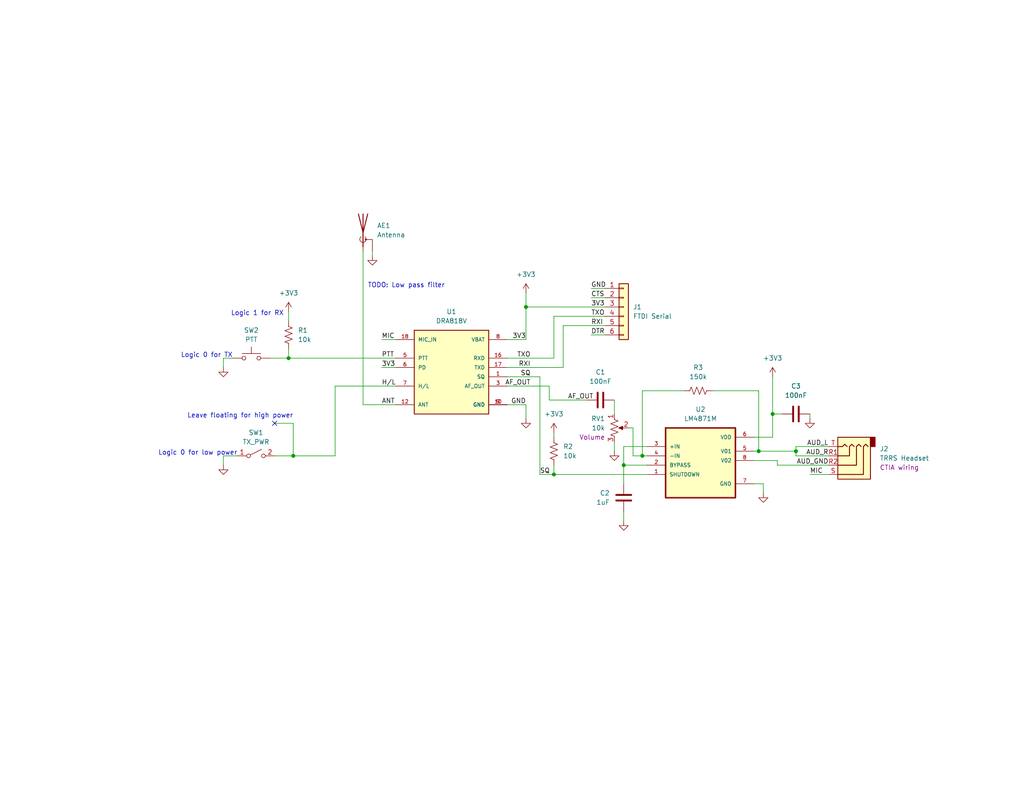
<source format=kicad_sch>
(kicad_sch (version 20230121) (generator eeschema)
  (paper "USLetter")
  (lib_symbols
    (symbol "Connector_Audio:AudioJack4"
      (property "Reference" "J" (at 0 8.89 0))
      (property "Value" "AudioJack4" (at 0 6.35 0))
      (symbol "AudioJack4_0_1"
        (rectangle (start -6.35 -5.08) (end -7.62 -7.62) (stroke (width 0.254)) (fill (type outline)))
        (polyline (pts (xy 0 -5.08) (xy 0.635 -5.715) (xy 1.27 -5.08) (xy 2.54 -5.08)) (stroke (width 0.254)))
        (polyline (pts (xy -5.715 -5.08) (xy -5.08 -5.715) (xy -4.445 -5.08) (xy -4.445 2.54) (xy 2.54 2.54)) (stroke (width 0.254)))
        (polyline (pts (xy -1.905 -5.08) (xy -1.27 -5.715) (xy -0.635 -5.08) (xy -0.635 -2.54) (xy 2.54 -2.54)) (stroke (width 0.254)))
        (polyline (pts (xy 2.54 0) (xy -2.54 0) (xy -2.54 -5.08) (xy -3.175 -5.715) (xy -3.81 -5.08)) (stroke (width 0.254)))
        (rectangle (start 2.54 3.81) (end -6.35 -7.62) (stroke (width 0.254)) (fill (type background)))
      )
      (symbol "AudioJack4_1_1"
        (pin passive line (at 5.08 -2.54 180) (length 2.54) (name "~") (number "R1"))
        (pin passive line (at 5.08 0 180) (length 2.54) (name "~") (number "R2"))
        (pin passive line (at 5.08 2.54 180) (length 2.54) (name "~") (number "S"))
        (pin passive line (at 5.08 -5.08 180) (length 2.54) (name "~") (number "T"))
      )
    )
    (symbol "Connector_Generic:Conn_01x06" (pin_names (offset 1.016) hide)
      (property "Reference" "J" (at 0 7.62 0))
      (property "Value" "Conn_01x06" (at 0 -10.16 0))
      (symbol "Conn_01x06_1_1"
        (rectangle (start -1.27 -7.493) (end 0 -7.747) (stroke (width 0.1524)))
        (rectangle (start -1.27 -4.953) (end 0 -5.207) (stroke (width 0.1524)))
        (rectangle (start -1.27 -2.413) (end 0 -2.667) (stroke (width 0.1524)))
        (rectangle (start -1.27 0.127) (end 0 -0.127) (stroke (width 0.1524)))
        (rectangle (start -1.27 2.667) (end 0 2.413) (stroke (width 0.1524)))
        (rectangle (start -1.27 5.207) (end 0 4.953) (stroke (width 0.1524)))
        (rectangle (start -1.27 6.35) (end 1.27 -8.89) (stroke (width 0.254)) (fill (type background)))
        (pin passive line (at -5.08 5.08 0) (length 3.81) (name "Pin_1") (number "1"))
        (pin passive line (at -5.08 2.54 0) (length 3.81) (name "Pin_2") (number "2"))
        (pin passive line (at -5.08 0 0) (length 3.81) (name "Pin_3") (number "3"))
        (pin passive line (at -5.08 -2.54 0) (length 3.81) (name "Pin_4") (number "4"))
        (pin passive line (at -5.08 -5.08 0) (length 3.81) (name "Pin_5") (number "5"))
        (pin passive line (at -5.08 -7.62 0) (length 3.81) (name "Pin_6") (number "6"))
      )
    )
    (symbol "DRA818V:DRA818V" (pin_names (offset 1.016))
      (property "Reference" "U" (at -10.1661 13.2159 0))
      (property "Value" "DRA818V" (at -10.1663 -12.7078 0))
      (symbol "DRA818V_0_0"
        (rectangle (start -10.16 -10.16) (end 10.16 12.7) (stroke (width 0.254)) (fill (type background)))
        (pin output line (at 15.24 0 180) (length 5.08) (name "SQ") (number "1"))
        (pin power_in line (at 15.24 -7.62 180) (length 5.08) (name "GND") (number "10"))
        (pin passive line (at -15.24 -7.62 0) (length 5.08) (name "ANT") (number "12"))
        (pin input line (at 15.24 5.08 180) (length 5.08) (name "RXD") (number "16"))
        (pin output line (at 15.24 2.54 180) (length 5.08) (name "TXD") (number "17"))
        (pin input line (at -15.24 10.16 0) (length 5.08) (name "MIC_IN") (number "18"))
        (pin output line (at 15.24 -2.54 180) (length 5.08) (name "AF_OUT") (number "3"))
        (pin input line (at -15.24 5.08 0) (length 5.08) (name "PTT") (number "5"))
        (pin input line (at -15.24 2.54 0) (length 5.08) (name "PD") (number "6"))
        (pin input line (at -15.24 -2.54 0) (length 5.08) (name "H/L") (number "7"))
        (pin power_in line (at 15.24 10.16 180) (length 5.08) (name "VBAT") (number "8"))
        (pin power_in line (at 15.24 -7.62 180) (length 5.08) (name "GND") (number "9"))
      )
    )
    (symbol "Device:Antenna_Shield" (pin_numbers hide) (pin_names (offset 1.016) hide)
      (property "Reference" "AE" (at -1.905 4.445 0))
      (property "Value" "Antenna_Shield" (at -1.905 2.54 0))
      (symbol "Antenna_Shield_0_1"
        (arc (start -0.508 -1.143) (mid -0.8429 -2.1194) (end 0 -2.667))
        (arc (start 0 -2.667) (mid 0.7989 -2.1052) (end 0.508 -1.143))
        (polyline (pts (xy 0 -2.54) (xy 0 0)))
        (polyline (pts (xy 0 5.08) (xy 0 -3.81)) (stroke (width 0.254)))
        (polyline (pts (xy 0.762 -1.905) (xy 2.54 -1.905)))
        (polyline (pts (xy 2.54 -2.54) (xy 2.54 -1.905)))
        (polyline (pts (xy 1.27 5.08) (xy 0 0) (xy -1.27 5.08)) (stroke (width 0.254)))
        (circle (center 0.762 -1.905) (radius 0.1778) (fill (type outline)))
      )
      (symbol "Antenna_Shield_1_1"
        (pin input line (at 0 -5.08 90) (length 2.54) (name "A") (number "1"))
        (pin input line (at 2.54 -5.08 90) (length 2.54) (name "Shield") (number "2"))
      )
    )
    (symbol "Device:C" (pin_numbers hide) (pin_names (offset 0.254))
      (property "Reference" "C" (at 0.635 2.54 0))
      (property "Value" "C" (at 0.635 -2.54 0))
      (symbol "C_0_1"
        (polyline (pts (xy -2.032 -0.762) (xy 2.032 -0.762)) (stroke (width 0.508)))
        (polyline (pts (xy -2.032 0.762) (xy 2.032 0.762)) (stroke (width 0.508)))
      )
      (symbol "C_1_1"
        (pin passive line (at 0 3.81 270) (length 2.794) (name "~") (number "1"))
        (pin passive line (at 0 -3.81 90) (length 2.794) (name "~") (number "2"))
      )
    )
    (symbol "Device:R_Potentiometer_US" (pin_names (offset 1.016) hide)
      (property "Reference" "RV" (at -4.445 0 90))
      (property "Value" "R_Potentiometer_US" (at -2.54 0 90))
      (symbol "R_Potentiometer_US_0_1"
        (polyline (pts (xy 0 -2.286) (xy 0 -2.54)))
        (polyline (pts (xy 0 2.54) (xy 0 2.286)))
        (polyline (pts (xy 2.54 0) (xy 1.524 0)))
        (polyline (pts (xy 1.143 0) (xy 2.286 0.508) (xy 2.286 -0.508) (xy 1.143 0)) (fill (type outline)))
        (polyline (pts (xy 0 -0.762) (xy 1.016 -1.143) (xy 0 -1.524) (xy -1.016 -1.905) (xy 0 -2.286)))
        (polyline (pts (xy 0 0.762) (xy 1.016 0.381) (xy 0 0) (xy -1.016 -0.381) (xy 0 -0.762)))
        (polyline (pts (xy 0 2.286) (xy 1.016 1.905) (xy 0 1.524) (xy -1.016 1.143) (xy 0 0.762)))
      )
      (symbol "R_Potentiometer_US_1_1"
        (pin passive line (at 0 3.81 270) (length 1.27) (name "1") (number "1"))
        (pin passive line (at 3.81 0 180) (length 1.27) (name "2") (number "2"))
        (pin passive line (at 0 -3.81 90) (length 1.27) (name "3") (number "3"))
      )
    )
    (symbol "Device:R_US" (pin_numbers hide) (pin_names (offset 0))
      (property "Reference" "R" (at 2.54 0 90))
      (property "Value" "R_US" (at -2.54 0 90))
      (symbol "R_US_0_1"
        (polyline (pts (xy 0 -2.286) (xy 0 -2.54)))
        (polyline (pts (xy 0 2.286) (xy 0 2.54)))
        (polyline (pts (xy 0 -0.762) (xy 1.016 -1.143) (xy 0 -1.524) (xy -1.016 -1.905) (xy 0 -2.286)))
        (polyline (pts (xy 0 0.762) (xy 1.016 0.381) (xy 0 0) (xy -1.016 -0.381) (xy 0 -0.762)))
        (polyline (pts (xy 0 2.286) (xy 1.016 1.905) (xy 0 1.524) (xy -1.016 1.143) (xy 0 0.762)))
      )
      (symbol "R_US_1_1"
        (pin passive line (at 0 3.81 270) (length 1.27) (name "~") (number "1"))
        (pin passive line (at 0 -3.81 90) (length 1.27) (name "~") (number "2"))
      )
    )
    (symbol "LM4871M:LM4871M" (pin_names (offset 1.016))
      (property "Reference" "U2" (at 0 13.97 0))
      (property "Value" "LM4871M" (at 0 11.43 0))
      (symbol "LM4871M_0_0"
        (rectangle (start -10.16 10.16) (end 8.89 -8.89) (stroke (width 0.41)) (fill (type background)))
        (pin input line (at -15.24 -2.54 0) (length 5.08) (name "SHUTDOWN") (number "1"))
        (pin input line (at -15.24 0 0) (length 5.08) (name "BYPASS") (number "2"))
        (pin input line (at -15.24 5.08 0) (length 5.08) (name "+IN") (number "3"))
        (pin input line (at -15.24 2.54 0) (length 5.08) (name "-IN") (number "4"))
        (pin output line (at 13.97 3.81 180) (length 5.08) (name "V01") (number "5"))
        (pin power_in line (at 13.97 7.62 180) (length 5.08) (name "VDD") (number "6"))
        (pin power_in line (at 13.97 -5.08 180) (length 5.08) (name "GND") (number "7"))
        (pin output line (at 13.97 1.27 180) (length 5.08) (name "V02") (number "8"))
      )
    )
    (symbol "Switch:SW_Push" (pin_numbers hide) (pin_names (offset 1.016) hide)
      (property "Reference" "SW" (at 1.27 2.54 0))
      (property "Value" "SW_Push" (at 0 -1.524 0))
      (symbol "SW_Push_0_1"
        (circle (center -2.032 0) (radius 0.508))
        (polyline (pts (xy 0 1.27) (xy 0 3.048)))
        (polyline (pts (xy 2.54 1.27) (xy -2.54 1.27)))
        (circle (center 2.032 0) (radius 0.508))
        (pin passive line (at -5.08 0 0) (length 2.54) (name "1") (number "1"))
        (pin passive line (at 5.08 0 180) (length 2.54) (name "2") (number "2"))
      )
    )
    (symbol "Switch:SW_SPST" (pin_names (offset 0) hide)
      (property "Reference" "SW" (at 0 3.175 0))
      (property "Value" "SW_SPST" (at 0 -2.54 0))
      (symbol "SW_SPST_0_0"
        (circle (center -2.032 0) (radius 0.508))
        (polyline (pts (xy -1.524 0.254) (xy 1.524 1.778)))
        (circle (center 2.032 0) (radius 0.508))
      )
      (symbol "SW_SPST_1_1"
        (pin passive line (at -5.08 0 0) (length 2.54) (name "A") (number "1"))
        (pin passive line (at 5.08 0 180) (length 2.54) (name "B") (number "2"))
      )
    )
    (symbol "power:+3V3" (power) (pin_names (offset 0))
      (property "Value" "+3V3" (at 0 3.556 0))
      (symbol "+3V3_0_1"
        (polyline (pts (xy -0.762 1.27) (xy 0 2.54)))
        (polyline (pts (xy 0 0) (xy 0 2.54)))
        (polyline (pts (xy 0 2.54) (xy 0.762 1.27)))
      )
      (symbol "+3V3_1_1"
        (pin power_in line (at 0 0 90) (length 0) hide (name "+3V3") (number "1"))
      )
    )
    (symbol "power:GND" (power) (pin_names (offset 0))
      (property "Value" "GND" (at 0 -3.81 0))
      (symbol "GND_0_1"
        (polyline (pts (xy 0 0) (xy 0 -1.27) (xy 1.27 -1.27) (xy 0 -2.54) (xy -1.27 -1.27) (xy 0 -1.27)))
      )
      (symbol "GND_1_1"
        (pin power_in line (at 0 0 270) (length 0) hide (name "GND") (number "1"))
      )
    )
  )
  (junction (at 207.01 123.19))
  (junction (at 151.13 129.54))
  (junction (at 170.18 127))
  (junction (at 78.74 97.79))
  (junction (at 217.17 123.19))
  (junction (at 80.01 124.46))
  (junction (at 175.26 124.46))
  (junction (at 210.82 113.03))
  (junction (at 143.51 83.82))
  (no_connect (at 74.93 115.57))
  (wire (pts (xy 104.14 100.33) (xy 107.95 100.33)))
  (wire (pts (xy 151.13 129.54) (xy 176.53 129.54)))
  (wire (pts (xy 220.98 114.3) (xy 220.98 113.03)))
  (wire (pts (xy 210.82 119.38) (xy 210.82 113.03)))
  (wire (pts (xy 205.74 125.73) (xy 212.09 125.73)))
  (wire (pts (xy 153.67 100.33) (xy 153.67 88.9)))
  (wire (pts (xy 153.67 88.9) (xy 165.1 88.9)))
  (wire (pts (xy 161.29 81.28) (xy 165.1 81.28)))
  (wire (pts (xy 170.18 139.7) (xy 170.18 142.24)))
  (wire (pts (xy 151.13 97.79) (xy 151.13 86.36)))
  (wire (pts (xy 161.29 91.44) (xy 165.1 91.44)))
  (wire (pts (xy 78.74 97.79) (xy 107.95 97.79)))
  (wire (pts (xy 212.09 125.73) (xy 212.09 127)))
  (wire (pts (xy 167.64 120.65) (xy 167.64 123.19)))
  (wire (pts (xy 104.14 92.71) (xy 107.95 92.71)))
  (wire (pts (xy 138.43 97.79) (xy 151.13 97.79)))
  (wire (pts (xy 60.96 97.79) (xy 60.96 100.33)))
  (wire (pts (xy 151.13 86.36) (xy 165.1 86.36)))
  (wire (pts (xy 170.18 127) (xy 176.53 127)))
  (wire (pts (xy 63.5 97.79) (xy 60.96 97.79)))
  (wire (pts (xy 78.74 85.09) (xy 78.74 87.63)))
  (wire (pts (xy 208.28 132.08) (xy 208.28 134.62)))
  (wire (pts (xy 205.74 119.38) (xy 210.82 119.38)))
  (wire (pts (xy 212.09 127) (xy 226.06 127)))
  (wire (pts (xy 161.29 78.74) (xy 165.1 78.74)))
  (wire (pts (xy 172.72 124.46) (xy 175.26 124.46)))
  (wire (pts (xy 80.01 124.46) (xy 80.01 115.57)))
  (wire (pts (xy 74.93 115.57) (xy 80.01 115.57)))
  (wire (pts (xy 175.26 124.46) (xy 176.53 124.46)))
  (wire (pts (xy 172.72 116.84) (xy 172.72 124.46)))
  (wire (pts (xy 143.51 83.82) (xy 165.1 83.82)))
  (wire (pts (xy 213.36 113.03) (xy 210.82 113.03)))
  (wire (pts (xy 170.18 121.92) (xy 170.18 127)))
  (wire (pts (xy 147.32 129.54) (xy 151.13 129.54)))
  (wire (pts (xy 60.96 124.46) (xy 60.96 127)))
  (wire (pts (xy 143.51 83.82) (xy 143.51 92.71)))
  (wire (pts (xy 73.66 97.79) (xy 78.74 97.79)))
  (wire (pts (xy 171.45 116.84) (xy 172.72 116.84)))
  (wire (pts (xy 80.01 124.46) (xy 91.44 124.46)))
  (wire (pts (xy 167.64 113.03) (xy 167.64 109.22)))
  (wire (pts (xy 170.18 132.08) (xy 170.18 127)))
  (wire (pts (xy 138.43 92.71) (xy 143.51 92.71)))
  (wire (pts (xy 143.51 80.01) (xy 143.51 83.82)))
  (wire (pts (xy 138.43 100.33) (xy 153.67 100.33)))
  (wire (pts (xy 101.6 68.58) (xy 101.6 69.85)))
  (wire (pts (xy 205.74 132.08) (xy 208.28 132.08)))
  (wire (pts (xy 175.26 124.46) (xy 175.26 106.68)))
  (wire (pts (xy 91.44 105.41) (xy 107.95 105.41)))
  (wire (pts (xy 175.26 106.68) (xy 186.69 106.68)))
  (wire (pts (xy 220.98 129.54) (xy 226.06 129.54)))
  (wire (pts (xy 207.01 106.68) (xy 207.01 123.19)))
  (wire (pts (xy 194.31 106.68) (xy 207.01 106.68)))
  (wire (pts (xy 149.86 109.22) (xy 160.02 109.22)))
  (wire (pts (xy 217.17 121.92) (xy 217.17 123.19)))
  (wire (pts (xy 151.13 127) (xy 151.13 129.54)))
  (wire (pts (xy 217.17 124.46) (xy 226.06 124.46)))
  (wire (pts (xy 99.06 110.49) (xy 99.06 68.58)))
  (wire (pts (xy 78.74 95.25) (xy 78.74 97.79)))
  (wire (pts (xy 207.01 123.19) (xy 217.17 123.19)))
  (wire (pts (xy 151.13 118.11) (xy 151.13 119.38)))
  (wire (pts (xy 176.53 121.92) (xy 170.18 121.92)))
  (wire (pts (xy 107.95 110.49) (xy 99.06 110.49)))
  (wire (pts (xy 205.74 123.19) (xy 207.01 123.19)))
  (wire (pts (xy 217.17 123.19) (xy 217.17 124.46)))
  (wire (pts (xy 64.77 124.46) (xy 60.96 124.46)))
  (wire (pts (xy 143.51 110.49) (xy 143.51 114.3)))
  (wire (pts (xy 217.17 121.92) (xy 226.06 121.92)))
  (wire (pts (xy 138.43 105.41) (xy 149.86 105.41)))
  (wire (pts (xy 210.82 113.03) (xy 210.82 102.87)))
  (wire (pts (xy 138.43 110.49) (xy 143.51 110.49)))
  (wire (pts (xy 147.32 102.87) (xy 147.32 129.54)))
  (wire (pts (xy 74.93 124.46) (xy 80.01 124.46)))
  (wire (pts (xy 149.86 105.41) (xy 149.86 109.22)))
  (wire (pts (xy 138.43 102.87) (xy 147.32 102.87)))
  (wire (pts (xy 91.44 105.41) (xy 91.44 124.46)))
  (text "Leave floating for high power" (at 80.01 114.3 0) (effects (font (size 1.27 1.27)) (justify right bottom)))
  (text "TODO: Low pass filter" (at 100.33 78.74 0) (effects (font (size 1.27 1.27)) (justify left bottom)))
  (text "Logic 1 for RX" (at 77.47 86.36 0) (effects (font (size 1.27 1.27)) (justify right bottom)))
  (text "Logic 0 for low power" (at 64.77 124.46 0) (effects (font (size 1.27 1.27)) (justify right bottom)))
  (text "Logic 0 for TX" (at 63.5 97.79 0) (effects (font (size 1.27 1.27)) (justify right bottom)))
  (label "TXO" (at 161.29 86.36 0))
  (label "GND" (at 161.29 78.74 0))
  (label "GND" (at 143.51 110.49 180))
  (label "MIC" (at 104.14 92.71 0))
  (label "H{slash}L" (at 104.14 105.41 0))
  (label "AUD_L" (at 226.06 121.92 180))
  (label "AUD_R" (at 226.06 124.46 180))
  (label "RXI" (at 161.29 88.9 0))
  (label "DTR" (at 161.29 91.44 0))
  (label "3V3" (at 104.14 100.33 0))
  (label "PTT" (at 104.14 97.79 0))
  (label "AF_OUT" (at 144.78 105.41 180))
  (label "SQ" (at 147.32 129.54 0))
  (label "3V3" (at 143.51 92.71 180))
  (label "AUD_GND" (at 226.06 127 180))
  (label "RXI" (at 144.78 100.33 180))
  (label "AF_OUT" (at 154.94 109.22 0))
  (label "CTS" (at 161.29 81.28 0))
  (label "MIC" (at 220.98 129.54 0))
  (label "3V3" (at 161.29 83.82 0))
  (label "TXO" (at 144.78 97.79 180))
  (label "ANT" (at 104.14 110.49 0))
  (label "SQ" (at 144.78 102.87 180))
  (symbol (lib_id "Device:C") (at 217.17 113.03 90) (unit 1)
    (property "Reference" "C3" (at 217.17 105.41 90))
    (property "Value" "100nF" (at 217.17 107.95 90))
  )
  (symbol (lib_id "Device:C") (at 163.83 109.22 90) (unit 1)
    (property "Reference" "C1" (at 163.83 101.6 90))
    (property "Value" "100nF" (at 163.83 104.14 90))
  )
  (symbol (lib_id "Device:Antenna_Shield") (at 99.06 63.5 0) (unit 1)
    (property "Reference" "AE1" (at 102.87 61.595 0) (effects (justify left)))
    (property "Value" "Antenna" (at 102.87 64.135 0) (effects (justify left)))
  )
  (symbol (lib_id "Device:C") (at 170.18 135.89 0) (unit 1)
    (property "Reference" "C2" (at 166.37 134.62 0) (effects (justify right)))
    (property "Value" "1uF" (at 166.37 137.16 0) (effects (justify right)))
  )
  (symbol (lib_id "power:+3V3") (at 210.82 102.87 0) (unit 1)
    (property "Reference" "#PWR?" (effects hide))
    (property "Value" "+3V3" (at 210.82 97.79 0))
  )
  (symbol (lib_id "power:GND") (at 208.28 134.62 0) (unit 1)
    (property "Reference" "#PWR07" (effects hide))
    (property "Value" "GND" (effects hide))
  )
  (symbol (lib_id "power:+3V3") (at 78.74 85.09 0) (unit 1)
    (property "Reference" "#PWR?" (effects hide))
    (property "Value" "+3V3" (at 78.74 80.01 0))
  )
  (symbol (lib_id "Switch:SW_Push") (at 68.58 97.79 0) (unit 1)
    (property "Reference" "SW2" (at 68.58 90.17 0))
    (property "Value" "PTT" (at 68.58 92.71 0))
  )
  (symbol (lib_id "Device:R_US") (at 151.13 123.19 0) (unit 1)
    (property "Reference" "R2" (at 153.67 121.92 0) (effects (justify left)))
    (property "Value" "10k" (at 153.67 124.46 0) (effects (justify left)))
  )
  (symbol (lib_id "power:GND") (at 170.18 142.24 0) (unit 1)
    (property "Reference" "#PWR03" (effects hide))
    (property "Value" "GND" (effects hide))
  )
  (symbol (lib_id "power:GND") (at 60.96 127 0) (unit 1)
    (property "Reference" "#PWR04" (effects hide))
    (property "Value" "GND" (effects hide))
  )
  (symbol (lib_id "Connector_Generic:Conn_01x06") (at 170.18 83.82 0) (unit 1)
    (property "Reference" "J1" (at 172.72 83.82 0) (effects (justify left)))
    (property "Value" "FTDI Serial" (at 172.72 86.36 0) (effects (justify left)))
  )
  (symbol (lib_id "DRA818V:DRA818V") (at 123.19 102.87 0) (unit 1)
    (property "Reference" "U1" (at 123.19 85.09 0))
    (property "Value" "DRA818V" (at 123.19 87.63 0))
    (property "Footprint" "DORJI_DRA818V" (effects hide))
    (property "MF" "DORJI" (effects hide))
    (property "Description" "\n" (effects hide))
    (property "Package" "Package" (effects hide))
    (property "Price" "None" (effects hide))
    (property "Check_prices" "https://www.snapeda.com/parts/DRA818V/DORJI/view-part/?ref=eda" (effects hide))
    (property "PART_REV" "1.23" (effects hide))
    (property "STANDARD" "MANUFACTURER RECOMMENDATIONS" (effects hide))
    (property "SnapEDA_Link" "https://www.snapeda.com/parts/DRA818V/DORJI/view-part/?ref=snap" (effects hide))
    (property "MP" "DRA818V" (effects hide))
    (property "Availability" "Not in stock" (effects hide))
    (property "MANUFACTURER" "DORJI" (effects hide))
  )
  (symbol (lib_id "power:GND") (at 101.6 69.85 0) (unit 1)
    (property "Reference" "#PWR02" (effects hide))
    (property "Value" "GND" (effects hide))
  )
  (symbol (lib_id "power:GND") (at 60.96 100.33 0) (unit 1)
    (property "Reference" "#PWR05" (effects hide))
    (property "Value" "GND" (effects hide))
  )
  (symbol (lib_id "LM4871M:LM4871M") (at 191.77 127 0) (unit 1)
    (property "Reference" "U2" (at 191.135 111.76 0))
    (property "Value" "LM4871M" (at 191.135 114.3 0))
    (property "Footprint" "LM4871M:SOIC127P599X175-8N" (effects hide))
    (property "MF" "Texas Instruments" (effects hide))
    (property "Description" "\n3-W, mono, analog input Class-AB audio amplifier\n" (effects hide))
    (property "Package" "SOIC-8 Texas Instruments" (effects hide))
    (property "Price" "None" (effects hide))
    (property "SnapEDA_Link" "https://www.snapeda.com/parts/LM4871M/NOPB/Texas+Instruments/view-part/?ref=snap" (effects hide))
    (property "MP" "LM4871M/NOPB" (effects hide))
    (property "Purchase-URL" "https://www.snapeda.com/api/url_track_click_mouser/?unipart_id=20334&manufacturer=Texas Instruments&part_name=LM4871M/NOPB&search_term=None" (effects hide))
    (property "Availability" "In Stock" (effects hide))
    (property "Check_prices" "https://www.snapeda.com/parts/LM4871M/NOPB/Texas+Instruments/view-part/?ref=eda" (effects hide))
  )
  (symbol (lib_id "power:GND") (at 167.64 123.19 0) (unit 1)
    (property "Reference" "#PWR08" (effects hide))
    (property "Value" "GND" (effects hide))
  )
  (symbol (lib_id "Device:R_US") (at 78.74 91.44 0) (unit 1)
    (property "Reference" "R1" (at 81.28 90.17 0) (effects (justify left)))
    (property "Value" "10k" (at 81.28 92.71 0) (effects (justify left)))
  )
  (symbol (lib_id "Device:R_Potentiometer_US") (at 167.64 116.84 0) (unit 1)
    (property "Reference" "RV1" (at 165.1 114.3 0) (effects (justify right)))
    (property "Value" "10k" (at 165.1 116.84 0) (effects (justify right)))
    (property "Description" "Volume" (at 165.1 119.38 0) (effects (justify right)))
  )
  (symbol (lib_id "power:+3V3") (at 143.51 80.01 0) (unit 1)
    (property "Reference" "#PWR?" (effects hide))
    (property "Value" "+3V3" (at 143.51 74.93 0))
  )
  (symbol (lib_id "Connector_Audio:AudioJack4") (at 231.14 127 180) (unit 1)
    (property "Reference" "J2" (at 240.03 122.555 0) (effects (justify right)))
    (property "Value" "TRRS Headset" (at 240.03 125.095 0) (effects (justify right)))
    (property "Description" "CTIA wiring" (at 240.03 127.635 0) (effects (justify right)))
  )
  (symbol (lib_id "Switch:SW_SPST") (at 69.85 124.46 0) (unit 1)
    (property "Reference" "SW1" (at 69.85 118.11 0))
    (property "Value" "TX_PWR" (at 69.85 120.65 0))
  )
  (symbol (lib_id "power:+3V3") (at 151.13 118.11 0) (unit 1)
    (property "Reference" "#PWR?" (effects hide))
    (property "Value" "+3V3" (at 151.13 113.03 0))
  )
  (symbol (lib_id "Device:R_US") (at 190.5 106.68 90) (unit 1)
    (property "Reference" "R3" (at 190.5 100.33 90))
    (property "Value" "150k" (at 190.5 102.87 90))
  )
  (symbol (lib_id "power:GND") (at 143.51 114.3 0) (unit 1)
    (property "Reference" "#PWR01" (effects hide))
    (property "Value" "GND" (effects hide))
  )
  (symbol (lib_id "power:GND") (at 220.98 114.3 0) (unit 1)
    (property "Reference" "#PWR06" (effects hide))
    (property "Value" "GND" (effects hide))
  )
)
</source>
